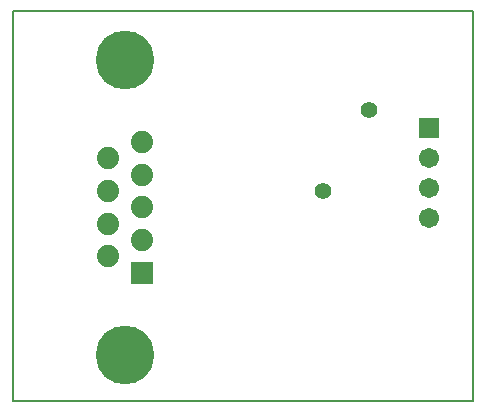
<source format=gbs>
%FSAX24Y24*%
%MOIN*%
G70*
G01*
G75*
G04 Layer_Color=16711935*
%ADD10R,0.1181X0.0827*%
%ADD11R,0.0630X0.0315*%
%ADD12R,0.0433X0.0394*%
%ADD13R,0.0394X0.0433*%
%ADD14R,0.0118X0.0630*%
%ADD15C,0.0157*%
%ADD16C,0.0094*%
%ADD17C,0.0080*%
%ADD18C,0.0591*%
%ADD19R,0.0591X0.0591*%
%ADD20C,0.0665*%
%ADD21R,0.0665X0.0665*%
%ADD22C,0.1874*%
%ADD23C,0.0472*%
%ADD24C,0.0079*%
%ADD25C,0.0098*%
%ADD26C,0.0140*%
%ADD27C,0.0100*%
%ADD28C,0.0059*%
%ADD29R,0.1261X0.0907*%
%ADD30R,0.0710X0.0395*%
%ADD31R,0.0513X0.0474*%
%ADD32R,0.0474X0.0513*%
%ADD33R,0.0198X0.0710*%
%ADD34C,0.0671*%
%ADD35R,0.0671X0.0671*%
%ADD36C,0.0745*%
%ADD37R,0.0745X0.0745*%
%ADD38C,0.1954*%
%ADD39C,0.0552*%
D17*
X057126Y085394D02*
Y098386D01*
X072480Y085394D02*
Y098386D01*
X057126D02*
X072480D01*
X057126Y085394D02*
X072480D01*
D34*
X070984Y091488D02*
D03*
Y092488D02*
D03*
Y093488D02*
D03*
D35*
Y094488D02*
D03*
D36*
X061425Y094031D02*
D03*
X060307Y093486D02*
D03*
X061425Y092941D02*
D03*
X060307Y092396D02*
D03*
X061425Y091850D02*
D03*
X060307Y091305D02*
D03*
X061425Y090760D02*
D03*
X060307Y090215D02*
D03*
D37*
X061425Y089669D02*
D03*
D38*
X060866Y086931D02*
D03*
Y096770D02*
D03*
D39*
X067480Y092410D02*
D03*
X069016Y095100D02*
D03*
M02*

</source>
